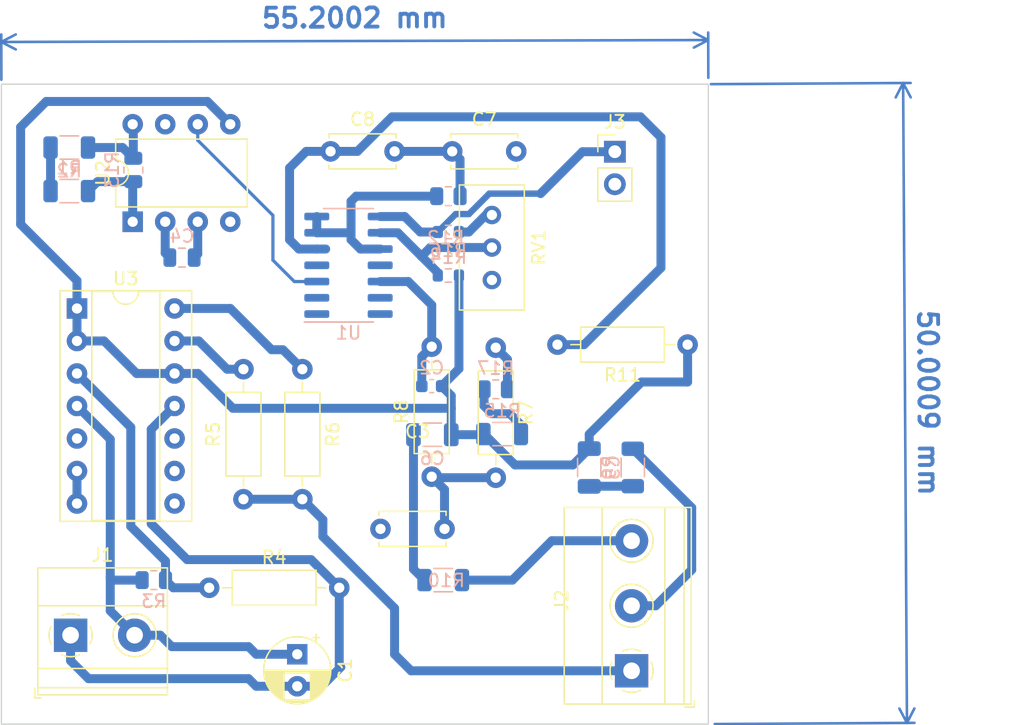
<source format=kicad_pcb>
(kicad_pcb (version 20211014) (generator pcbnew)
  (layers (0 "F.Cu" signal) (31 "B.Cu" signal) (34 "B.Paste" user) (35 "F.Paste" user) (36 "B.SilkS" user "B.Silkscreen") (37 "F.SilkS" user "F.Silkscreen") (38 "B.Mask" user) (39 "F.Mask" user) (44 "Edge.Cuts" user))
  (net 0 "")
  (net 1 "+V")
  (net 2 "-V")
  (net 3 "GND")
  (net 4 "Net-(C2-Pad2)")
  (net 5 "Net-(C3-Pad1)")
  (net 6 "Net-(C3-Pad2)")
  (net 7 "OutPosit")
  (net 8 "OutNEg")
  (net 9 "Net-(C7-Pad1)")
  (net 10 "Net-(C8-Pad1)")
  (net 11 "Ref")
  (net 12 "ElecNeg")
  (net 13 "ElecPosit")
  (net 14 "OUT4")
  (net 15 "Rg1")
  (net 16 "Net-(R1-Pad2)")
  (net 17 "Rg2")
  (net 18 "Net-(R3-Pad2)")
  (net 19 "Net-(R5-Pad2)")
  (net 20 "Net-(R6-Pad1)")
  (net 21 "OUT2")
  (net 22 "OUT3")
  (net 23 "Net-(R14-Pad2)")
  (net 24 "Net-(R15-Pad1)")
  (net 25 "Net-(R16-Pad2)")
  (net 26 "OUT1")
  (footprint "Resistor_THT:R_Axial_DIN0207_L6.3mm_D2.5mm_P10.16mm_Horizontal" (layer "F.Cu") (at 79.88 39.6 180)
    (fp_text reference "R11" (at 5.08 -2.37) (layer "F.SilkS"))
    (fp_text value "1M")
    (pad "1" thru_hole circle (at 0 0 180) (size 1.6 1.6) (drill 0.8) (layers *.Cu *.Mask) (net 3 "GND"))
    (pad "2" thru_hole oval (at 10.16 0 180) (size 1.6 1.6) (drill 0.8) (layers *.Cu *.Mask) (net 10 "Net-(C8-Pad1)"))
  )
  (footprint "Capacitor_THT:C_Disc_D5.0mm_W2.5mm_P5.00mm" (layer "F.Cu") (at 61.5 24.5)
    (fp_text reference "C7" (at 2.5 -2.5) (layer "F.SilkS"))
    (fp_text value "1uF")
    (pad "1" thru_hole circle (at 0 0) (size 1.6 1.6) (drill 0.8) (layers *.Cu *.Mask) (net 9 "Net-(C7-Pad1)"))
    (pad "2" thru_hole circle (at 5 0) (size 1.6 1.6) (drill 0.8) (layers *.Cu *.Mask) (net 5 "Net-(C3-Pad1)"))
  )
  (footprint "Resistor_THT:R_Axial_DIN0207_L6.3mm_D2.5mm_P10.16mm_Horizontal" (layer "F.Cu") (at 59.9 49.92 90)
    (fp_text reference "R8" (at 5.08 -2.37 90) (layer "F.SilkS"))
    (fp_text value "39K")
    (pad "1" thru_hole circle (at 0 0 90) (size 1.6 1.6) (drill 0.8) (layers *.Cu *.Mask) (net 6 "Net-(C3-Pad2)"))
    (pad "2" thru_hole oval (at 10.16 0 90) (size 1.6 1.6) (drill 0.8) (layers *.Cu *.Mask) (net 4 "Net-(C2-Pad2)"))
  )
  (footprint "Resistor_THT:R_Axial_DIN0207_L6.3mm_D2.5mm_P10.16mm_Horizontal" (layer "F.Cu") (at 42.52 58.6)
    (fp_text reference "R4" (at 5.08 -2.37) (layer "F.SilkS"))
    (fp_text value "2.2M")
    (pad "1" thru_hole circle (at 0 0) (size 1.6 1.6) (drill 0.8) (layers *.Cu *.Mask) (net 18 "Net-(R3-Pad2)"))
    (pad "2" thru_hole oval (at 10.16 0) (size 1.6 1.6) (drill 0.8) (layers *.Cu *.Mask) (net 2 "-V"))
  )
  (footprint "Resistor_THT:R_Axial_DIN0207_L6.3mm_D2.5mm_P10.16mm_Horizontal" (layer "F.Cu") (at 45.2 51.68 90)
    (fp_text reference "R5" (at 5.08 -2.37 90) (layer "F.SilkS"))
    (fp_text value "560K")
    (pad "1" thru_hole circle (at 0 0 90) (size 1.6 1.6) (drill 0.8) (layers *.Cu *.Mask) (net 11 "Ref"))
    (pad "2" thru_hole oval (at 10.16 0 90) (size 1.6 1.6) (drill 0.8) (layers *.Cu *.Mask) (net 19 "Net-(R5-Pad2)"))
  )
  (footprint "Capacitor_THT:CP_Radial_D5.0mm_P2.50mm" (layer "F.Cu") (at 49.4 63.794888 -90)
    (fp_text reference "C1" (at 1.25 -3.75 90) (layer "F.SilkS"))
    (fp_text value "47uF")
    (pad "1" thru_hole rect (at 0 0 270) (size 1.6 1.6) (drill 0.8) (layers *.Cu *.Mask) (net 1 "+V"))
    (pad "2" thru_hole circle (at 2.5 0 270) (size 1.6 1.6) (drill 0.8) (layers *.Cu *.Mask) (net 2 "-V"))
  )
  (footprint "Resistor_THT:R_Axial_DIN0207_L6.3mm_D2.5mm_P10.16mm_Horizontal" (layer "F.Cu") (at 49.8 41.52 -90)
    (fp_text reference "R6" (at 5.08 -2.37 90) (layer "F.SilkS"))
    (fp_text value "1M")
    (pad "1" thru_hole circle (at 0 0 270) (size 1.6 1.6) (drill 0.8) (layers *.Cu *.Mask) (net 20 "Net-(R6-Pad1)"))
    (pad "2" thru_hole oval (at 10.16 0 270) (size 1.6 1.6) (drill 0.8) (layers *.Cu *.Mask) (net 11 "Ref"))
  )
  (footprint "Resistor_THT:R_Axial_DIN0207_L6.3mm_D2.5mm_P10.16mm_Horizontal" (layer "F.Cu") (at 64.9 39.84 -90)
    (fp_text reference "R7" (at 5.08 -2.37 90) (layer "F.SilkS"))
    (fp_text value "39K")
    (pad "1" thru_hole circle (at 0 0 270) (size 1.6 1.6) (drill 0.8) (layers *.Cu *.Mask) (net 21 "OUT2"))
    (pad "2" thru_hole oval (at 10.16 0 270) (size 1.6 1.6) (drill 0.8) (layers *.Cu *.Mask) (net 6 "Net-(C3-Pad2)"))
  )
  (footprint "Connector_PinHeader_2.54mm:PinHeader_1x02_P2.54mm_Vertical" (layer "F.Cu") (at 74.2 24.525)
    (fp_text reference "J3" (at 0 -2.33) (layer "F.SilkS"))
    (fp_text value "Conn_01x02")
    (pad "1" thru_hole rect (at 0 0) (size 1.7 1.7) (drill 1) (layers *.Cu *.Mask) (net 14 "OUT4"))
    (pad "2" thru_hole oval (at 0 2.54) (size 1.7 1.7) (drill 1) (layers *.Cu *.Mask) (net 2 "-V"))
  )
  (footprint "TerminalBlock_Phoenix:TerminalBlock_Phoenix_MKDS-1,5-2_1x02_P5.00mm_Horizontal" (layer "F.Cu") (at 31.7 62.305)
    (fp_text reference "J1" (at 2.5 -6.26) (layer "F.SilkS"))
    (fp_text value "Conn_01x02")
    (pad "1" thru_hole rect (at 0 0) (size 2.6 2.6) (drill 1.3) (layers *.Cu *.Mask) (net 2 "-V"))
    (pad "2" thru_hole circle (at 5 0) (size 2.6 2.6) (drill 1.3) (layers *.Cu *.Mask) (net 1 "+V"))
  )
  (footprint "Capacitor_THT:C_Disc_D5.0mm_W2.5mm_P5.00mm" (layer "F.Cu") (at 55.9 54)
    (fp_text reference "C3" (at 2.9 -7.6) (layer "F.SilkS"))
    (fp_text value "220nF")
    (pad "1" thru_hole circle (at 0 0) (size 1.6 1.6) (drill 0.8) (layers *.Cu *.Mask) (net 5 "Net-(C3-Pad1)"))
    (pad "2" thru_hole circle (at 5 0) (size 1.6 1.6) (drill 0.8) (layers *.Cu *.Mask) (net 6 "Net-(C3-Pad2)"))
  )
  (footprint "Capacitor_THT:C_Disc_D5.0mm_W2.5mm_P5.00mm" (layer "F.Cu") (at 52 24.5)
    (fp_text reference "C8" (at 2.5 -2.5) (layer "F.SilkS"))
    (fp_text value "1uF")
    (pad "1" thru_hole circle (at 0 0) (size 1.6 1.6) (drill 0.8) (layers *.Cu *.Mask) (net 10 "Net-(C8-Pad1)"))
    (pad "2" thru_hole circle (at 5 0) (size 1.6 1.6) (drill 0.8) (layers *.Cu *.Mask) (net 9 "Net-(C7-Pad1)"))
  )
  (footprint "TerminalBlock_Phoenix:TerminalBlock_Phoenix_MKDS-1,5-3-5.08_1x03_P5.08mm_Horizontal" (layer "F.Cu") (at 75.505 65.085 90)
    (fp_text reference "J2" (at 5.48 -5.46 90) (layer "F.SilkS"))
    (fp_text value "Conn_01x03")
    (pad "1" thru_hole rect (at 0 0 90) (size 2.6 2.6) (drill 1.3) (layers *.Cu *.Mask) (net 11 "Ref"))
    (pad "2" thru_hole circle (at 5.08 0 90) (size 2.6 2.6) (drill 1.3) (layers *.Cu *.Mask) (net 12 "ElecNeg"))
    (pad "3" thru_hole circle (at 10.16 0 90) (size 2.6 2.6) (drill 1.3) (layers *.Cu *.Mask) (net 13 "ElecPosit"))
  )
  (footprint "Package_DIP:DIP-8_W7.62mm" (layer "F.Cu") (at 36.55 30 90)
    (fp_text reference "U2" (at 3.81 -2.33 90) (layer "F.SilkS"))
    (fp_text value "AD620")
    (pad "1" thru_hole rect (at 0 0 90) (size 1.6 1.6) (drill 0.8) (layers *.Cu *.Mask) (net 15 "Rg1"))
    (pad "2" thru_hole oval (at 0 2.54 90) (size 1.6 1.6) (drill 0.8) (layers *.Cu *.Mask) (net 8 "OutNEg"))
    (pad "3" thru_hole oval (at 0 5.08 90) (size 1.6 1.6) (drill 0.8) (layers *.Cu *.Mask) (net 7 "OutPosit"))
    (pad "4" thru_hole oval (at 0 7.62 90) (size 1.6 1.6) (drill 0.8) (layers *.Cu *.Mask) (net 2 "-V"))
    (pad "5" thru_hole oval (at 7.62 7.62 90) (size 1.6 1.6) (drill 0.8) (layers *.Cu *.Mask) (net 3 "GND"))
    (pad "6" thru_hole oval (at 7.62 5.08 90) (size 1.6 1.6) (drill 0.8) (layers *.Cu *.Mask) (net 26 "OUT1"))
    (pad "7" thru_hole oval (at 7.62 2.54 90) (size 1.6 1.6) (drill 0.8) (layers *.Cu *.Mask) (net 1 "+V"))
    (pad "8" thru_hole oval (at 7.62 0 90) (size 1.6 1.6) (drill 0.8) (layers *.Cu *.Mask) (net 17 "Rg2"))
  )
  (footprint "Package_DIP:DIP-14_W7.62mm_Socket" (layer "F.Cu") (at 32.2 36.775)
    (fp_text reference "U3" (at 3.81 -2.33) (layer "F.SilkS"))
    (fp_text value "LM324")
    (pad "1" thru_hole rect (at 0 0) (size 1.6 1.6) (drill 0.8) (layers *.Cu *.Mask) (net 3 "GND"))
    (pad "2" thru_hole oval (at 0 2.54) (size 1.6 1.6) (drill 0.8) (layers *.Cu *.Mask) (net 3 "GND"))
    (pad "3" thru_hole oval (at 0 5.08) (size 1.6 1.6) (drill 0.8) (layers *.Cu *.Mask) (net 18 "Net-(R3-Pad2)"))
    (pad "4" thru_hole oval (at 0 7.62) (size 1.6 1.6) (drill 0.8) (layers *.Cu *.Mask) (net 1 "+V"))
    (pad "5" thru_hole oval (at 0 10.16) (size 1.6 1.6) (drill 0.8) (layers *.Cu *.Mask) (net 16 "Net-(R1-Pad2)"))
    (pad "6" thru_hole oval (at 0 12.7) (size 1.6 1.6) (drill 0.8) (layers *.Cu *.Mask) (net 19 "Net-(R5-Pad2)"))
    (pad "7" thru_hole oval (at 0 15.24) (size 1.6 1.6) (drill 0.8) (layers *.Cu *.Mask) (net 19 "Net-(R5-Pad2)"))
    (pad "8" thru_hole oval (at 7.62 15.24) (size 1.6 1.6) (drill 0.8) (layers *.Cu *.Mask))
    (pad "9" thru_hole oval (at 7.62 12.7) (size 1.6 1.6) (drill 0.8) (layers *.Cu *.Mask))
    (pad "10" thru_hole oval (at 7.62 10.16) (size 1.6 1.6) (drill 0.8) (layers *.Cu *.Mask))
    (pad "11" thru_hole oval (at 7.62 7.62) (size 1.6 1.6) (drill 0.8) (layers *.Cu *.Mask) (net 2 "-V"))
    (pad "12" thru_hole oval (at 7.62 5.08) (size 1.6 1.6) (drill 0.8) (layers *.Cu *.Mask) (net 3 "GND"))
    (pad "13" thru_hole oval (at 7.62 2.54) (size 1.6 1.6) (drill 0.8) (layers *.Cu *.Mask) (net 19 "Net-(R5-Pad2)"))
    (pad "14" thru_hole oval (at 7.62 0) (size 1.6 1.6) (drill 0.8) (layers *.Cu *.Mask) (net 20 "Net-(R6-Pad1)"))
  )
  (footprint "Potentiometer_THT:Potentiometer_Bourns_3296W_Vertical" (layer "F.Cu") (at 64.6 34.55 -90)
    (fp_text reference "RV1" (at -2.54 -3.66 90) (layer "F.SilkS"))
    (fp_text value "100K")
    (pad "1" thru_hole circle (at 0 0 270) (size 1.44 1.44) (drill 0.8) (layers *.Cu *.Mask))
    (pad "2" thru_hole circle (at -2.54 0 270) (size 1.44 1.44) (drill 0.8) (layers *.Cu *.Mask) (net 23 "Net-(R14-Pad2)"))
    (pad "3" thru_hole circle (at -5.08 0 270) (size 1.44 1.44) (drill 0.8) (layers *.Cu *.Mask) (net 25 "Net-(R16-Pad2)"))
  )
  (footprint "Resistor_SMD:R_1206_3216Metric" (layer "B.Cu") (at 60.8 58 180)
    (fp_text reference "R10" (at -0.24 -0.03) (layer "B.SilkS") (effects (justify mirror)))
    (fp_text value "4.7K")
    (pad "1" smd roundrect (at -1.4625 0 180) (size 1.125 1.75) (layers "B.Cu" "B.Paste" "B.Mask") (roundrect_rratio 0.222222) (net 13 "ElecPosit"))
    (pad "2" smd roundrect (at 1.4625 0 180) (size 1.125 1.75) (layers "B.Cu" "B.Paste" "B.Mask") (roundrect_rratio 0.222222) (net 7 "OutPosit"))
  )
  (footprint "Capacitor_SMD:C_0603_1608Metric" (layer "B.Cu") (at 59.9 42.84 180)
    (fp_text reference "C2" (at 0 1.43) (layer "B.SilkS") (effects (justify mirror)))
    (fp_text value "100nF")
    (pad "1" smd roundrect (at -0.775 0 180) (size 0.9 0.95) (layers "B.Cu" "B.Paste" "B.Mask") (net 3 "GND"))
    (pad "2" smd roundrect (at 0.775 0 180) (size 0.9 0.95) (layers "B.Cu" "B.Paste" "B.Mask") (net 4 "Net-(C2-Pad2)"))
  )
  (footprint "Resistor_SMD:R_0805_2012Metric" (layer "B.Cu") (at 64.9 43.09 180)
    (fp_text reference "R17" (at 0 1.65) (layer "B.SilkS") (effects (justify mirror)))
    (fp_text value "70K")
    (pad "1" smd roundrect (at -0.9125 0 180) (size 1.025 1.4) (layers "B.Cu" "B.Paste" "B.Mask") (roundrect_rratio 0.243902) (net 21 "OUT2"))
    (pad "2" smd roundrect (at 0.9125 0 180) (size 1.025 1.4) (layers "B.Cu" "B.Paste" "B.Mask") (roundrect_rratio 0.243902) (net 24 "Net-(R15-Pad1)"))
  )
  (footprint "Package_SO:SO-14_3.9x8.65mm_P1.27mm" (layer "B.Cu") (at 53.4 33.4)
    (fp_text reference "U1" (at 0 5.28) (layer "B.SilkS") (effects (justify mirror)))
    (fp_text value "LM324")
    (pad "1" smd roundrect (at -2.475 3.81) (size 1.95 0.6) (layers "B.Cu" "B.Paste" "B.Mask") (net 21 "OUT2"))
    (pad "2" smd roundrect (at -2.475 2.54) (size 1.95 0.6) (layers "B.Cu" "B.Paste" "B.Mask") (net 24 "Net-(R15-Pad1)"))
    (pad "3" smd roundrect (at -2.475 1.27) (size 1.95 0.6) (layers "B.Cu" "B.Paste" "B.Mask") (net 26 "OUT1"))
    (pad "4" smd roundrect (at -2.475 0) (size 1.95 0.6) (layers "B.Cu" "B.Paste" "B.Mask") (net 1 "+V"))
    (pad "5" smd roundrect (at -2.475 -1.27) (size 1.95 0.6) (layers "B.Cu" "B.Paste" "B.Mask") (net 10 "Net-(C8-Pad1)"))
    (pad "6" smd roundrect (at -2.475 -2.54) (size 1.95 0.6) (layers "B.Cu" "B.Paste" "B.Mask") (net 22 "OUT3"))
    (pad "7" smd roundrect (at -2.475 -3.81) (size 1.95 0.6) (layers "B.Cu" "B.Paste" "B.Mask") (net 22 "OUT3"))
    (pad "8" smd roundrect (at 2.475 -3.81) (size 1.95 0.6) (layers "B.Cu" "B.Paste" "B.Mask") (net 14 "OUT4"))
    (pad "9" smd roundrect (at 2.475 -2.54) (size 1.95 0.6) (layers "B.Cu" "B.Paste" "B.Mask") (net 23 "Net-(R14-Pad2)"))
    (pad "10" smd roundrect (at 2.475 -1.27) (size 1.95 0.6) (layers "B.Cu" "B.Paste" "B.Mask") (net 22 "OUT3"))
    (pad "11" smd roundrect (at 2.475 0) (size 1.95 0.6) (layers "B.Cu" "B.Paste" "B.Mask") (net 2 "-V"))
    (pad "12" smd roundrect (at 2.475 1.27) (size 1.95 0.6) (layers "B.Cu" "B.Paste" "B.Mask") (net 4 "Net-(C2-Pad2)"))
    (pad "13" smd roundrect (at 2.475 2.54) (size 1.95 0.6) (layers "B.Cu" "B.Paste" "B.Mask") (net 5 "Net-(C3-Pad1)"))
    (pad "14" smd roundrect (at 2.475 3.81) (size 1.95 0.6) (layers "B.Cu" "B.Paste" "B.Mask") (net 5 "Net-(C3-Pad1)"))
  )
  (footprint "Capacitor_SMD:C_0805_2012Metric" (layer "B.Cu") (at 40.4 32.8 180)
    (fp_text reference "C4" (at 0 1.68) (layer "B.SilkS") (effects (justify mirror)))
    (fp_text value "47nF")
    (pad "1" smd roundrect (at -0.95 0 180) (size 1 1.45) (layers "B.Cu" "B.Paste" "B.Mask") (net 7 "OutPosit"))
    (pad "2" smd roundrect (at 0.95 0 180) (size 1 1.45) (layers "B.Cu" "B.Paste" "B.Mask") (net 8 "OutNEg"))
  )
  (footprint "Resistor_SMD:R_1206_3216Metric" (layer "B.Cu") (at 65.4 46.59 180)
    (fp_text reference "R15" (at 0 1.82) (layer "B.SilkS") (effects (justify mirror)))
    (fp_text value "4.7K")
    (pad "1" smd roundrect (at -1.4625 0 180) (size 1.125 1.75) (layers "B.Cu" "B.Paste" "B.Mask") (roundrect_rratio 0.222222) (net 24 "Net-(R15-Pad1)"))
    (pad "2" smd roundrect (at 1.4625 0 180) (size 1.125 1.75) (layers "B.Cu" "B.Paste" "B.Mask") (roundrect_rratio 0.222222) (net 3 "GND"))
  )
  (footprint "Resistor_SMD:R_0805_2012Metric" (layer "B.Cu") (at 61.2 28)
    (fp_text reference "R12" (at -0.2 3.25) (layer "B.SilkS") (effects (justify mirror)))
    (fp_text value "470K")
    (pad "1" smd roundrect (at -0.9125 0) (size 1.025 1.4) (layers "B.Cu" "B.Paste" "B.Mask") (roundrect_rratio 0.243902) (net 22 "OUT3"))
    (pad "2" smd roundrect (at 0.9125 0) (size 1.025 1.4) (layers "B.Cu" "B.Paste" "B.Mask") (roundrect_rratio 0.243902) (net 9 "Net-(C7-Pad1)"))
  )
  (footprint "Resistor_SMD:R_1206_3216Metric" (layer "B.Cu") (at 31.6 24.2)
    (fp_text reference "R2" (at 0 1.82) (layer "B.SilkS") (effects (justify mirror)))
    (fp_text value "100K")
    (pad "1" smd roundrect (at -1.4625 0) (size 1.125 1.75) (layers "B.Cu" "B.Paste" "B.Mask") (roundrect_rratio 0.222222) (net 16 "Net-(R1-Pad2)"))
    (pad "2" smd roundrect (at 1.4625 0) (size 1.125 1.75) (layers "B.Cu" "B.Paste" "B.Mask") (roundrect_rratio 0.222222) (net 17 "Rg2"))
  )
  (footprint "Capacitor_SMD:C_1206_3216Metric" (layer "B.Cu") (at 59.95 46.64)
    (fp_text reference "C6" (at 0 1.85) (layer "B.SilkS") (effects (justify mirror)))
    (fp_text value "1nF")
    (pad "1" smd roundrect (at -1.475 0) (size 1.15 1.8) (layers "B.Cu" "B.Paste" "B.Mask") (roundrect_rratio 0.217391) (net 7 "OutPosit"))
    (pad "2" smd roundrect (at 1.475 0) (size 1.15 1.8) (layers "B.Cu" "B.Paste" "B.Mask") (roundrect_rratio 0.217391) (net 3 "GND"))
  )
  (footprint "Resistor_SMD:R_0603_1608Metric" (layer "B.Cu") (at 61.2 34.2 180)
    (fp_text reference "R14" (at 0 1.43) (layer "B.SilkS") (effects (justify mirror)))
    (fp_text value "1.5K")
    (pad "1" smd roundrect (at -0.825 0 180) (size 0.8 0.95) (layers "B.Cu" "B.Paste" "B.Mask") (net 3 "GND"))
    (pad "2" smd roundrect (at 0.825 0 180) (size 0.8 0.95) (layers "B.Cu" "B.Paste" "B.Mask") (net 23 "Net-(R14-Pad2)"))
  )
  (footprint "Resistor_SMD:R_0805_2012Metric" (layer "B.Cu") (at 38.2 58)
    (fp_text reference "R3" (at 0 1.65) (layer "B.SilkS") (effects (justify mirror)))
    (fp_text value "3.3M")
    (pad "1" smd roundrect (at -0.9125 0) (size 1.025 1.4) (layers "B.Cu" "B.Paste" "B.Mask") (roundrect_rratio 0.243902) (net 1 "+V"))
    (pad "2" smd roundrect (at 0.9125 0) (size 1.025 1.4) (layers "B.Cu" "B.Paste" "B.Mask") (roundrect_rratio 0.243902) (net 18 "Net-(R3-Pad2)"))
  )
  (footprint "Resistor_SMD:R_1206_3216Metric" (layer "B.Cu") (at 31.6 27.6 180)
    (fp_text reference "R1" (at 0 1.82) (layer "B.SilkS") (effects (justify mirror)))
    (fp_text value "100K")
    (pad "1" smd roundrect (at -1.4625 0 180) (size 1.125 1.75) (layers "B.Cu" "B.Paste" "B.Mask") (roundrect_rratio 0.222222) (net 15 "Rg1"))
    (pad "2" smd roundrect (at 1.4625 0 180) (size 1.125 1.75) (layers "B.Cu" "B.Paste" "B.Mask") (roundrect_rratio 0.222222) (net 16 "Net-(R1-Pad2)"))
  )
  (footprint "Resistor_SMD:R_0805_2012Metric" (layer "B.Cu") (at 36.6 25.95 -90)
    (fp_text reference "R13" (at 0 1.65 90) (layer "B.SilkS") (effects (justify mirror)))
    (fp_text value "8K")
    (pad "1" smd roundrect (at -0.9125 0 270) (size 1.025 1.4) (layers "B.Cu" "B.Paste" "B.Mask") (roundrect_rratio 0.243902) (net 17 "Rg2"))
    (pad "2" smd roundrect (at 0.9125 0 270) (size 1.025 1.4) (layers "B.Cu" "B.Paste" "B.Mask") (roundrect_rratio 0.243902) (net 15 "Rg1"))
  )
  (footprint "Resistor_SMD:R_1206_3216Metric" (layer "B.Cu") (at 75.6 49.2 -90)
    (fp_text reference "R9" (at 0 1.82 90) (layer "B.SilkS") (effects (justify mirror)))
    (fp_text value "4.7K")
    (pad "1" smd roundrect (at -1.4625 0 270) (size 1.125 1.75) (layers "B.Cu" "B.Paste" "B.Mask") (roundrect_rratio 0.222222) (net 12 "ElecNeg"))
    (pad "2" smd roundrect (at 1.4625 0 270) (size 1.125 1.75) (layers "B.Cu" "B.Paste" "B.Mask") (roundrect_rratio 0.222222) (net 8 "OutNEg"))
  )
  (footprint "Capacitor_SMD:C_1206_3216Metric" (layer "B.Cu") (at 72.2 49.2 90)
    (fp_text reference "C5" (at 0 1.85 90) (layer "B.SilkS") (effects (justify mirror)))
    (fp_text value "1nF")
    (pad "1" smd roundrect (at -1.475 0 90) (size 1.15 1.8) (layers "B.Cu" "B.Paste" "B.Mask") (roundrect_rratio 0.217391) (net 8 "OutNEg"))
    (pad "2" smd roundrect (at 1.475 0 90) (size 1.15 1.8) (layers "B.Cu" "B.Paste" "B.Mask") (roundrect_rratio 0.217391) (net 3 "GND"))
  )
  (footprint "Resistor_SMD:R_0603_1608Metric" (layer "B.Cu") (at 61.2 30.8)
    (fp_text reference "R16" (at 0 1.43) (layer "B.SilkS") (effects (justify mirror)))
    (fp_text value "1.5K")
    (pad "1" smd roundrect (at -0.825 0) (size 0.8 0.95) (layers "B.Cu" "B.Paste" "B.Mask") (net 14 "OUT4"))
    (pad "2" smd roundrect (at 0.825 0) (size 0.8 0.95) (layers "B.Cu" "B.Paste" "B.Mask") (net 25 "Net-(R16-Pad2)"))
  )
  (gr_rect (start 26.3 19.25) (end 81.5 69.25) (layer "Edge.Cuts") (width 0.1) (fill none))
  (dimension (type aligned) (layer "B.Cu") (pts (xy 26.3 19.4) (xy 81.5 19.25)) (height -3.450259) (gr_text "55,2002 mm" (at 53.885733 14.074761 0.1556946698) (layer "B.Cu") (effects (font (size 1.5 1.5) (thickness 0.3)))) (format (units 3) (units_format 1) (precision 4)) (style (thickness 0.2) (arrow_length 1.27) (text_position_mode 0) (extension_height 0.58642) (extension_offset 0.5) keep_text_aligned))
  (dimension (type aligned) (layer "B.Cu") (pts (xy 81.2 19.25) (xy 81.5 69.25)) (height -15.50962) (gr_text "50,0009 mm" (at 98.659309 44.146144 270.3437706) (layer "B.Cu") (effects (font (size 1.5 1.5) (thickness 0.3)))) (format (units 3) (units_format 1) (precision 4)) (style (thickness 0.2) (arrow_length 1.27) (text_position_mode 0) (extension_height 0.58642) (extension_offset 0.5) keep_text_aligned))
  (segment (start 36.7 62.305) (end 38.705 62.305) (width 0.7) (layer "B.Cu") (net 1))
  (segment (start 39.6 63.2) (end 45.6 63.2) (width 0.7) (layer "B.Cu") (net 1))
  (segment (start 35 58) (end 34.8 57.8) (width 0.7) (layer "B.Cu") (net 1))
  (segment (start 34.8 46.995) (end 34.8 57.8) (width 0.7) (layer "B.Cu") (net 1))
  (segment (start 38.705 62.305) (end 39.6 63.2) (width 0.7) (layer "B.Cu") (net 1))
  (segment (start 46.194888 63.794888) (end 45.6 63.2) (width 0.7) (layer "B.Cu") (net 1))
  (segment (start 49.4 63.794888) (end 46.194888 63.794888) (width 0.7) (layer "B.Cu") (net 1))
  (segment (start 34.8 57.8) (end 34.8 60.405) (width 0.7) (layer "B.Cu") (net 1))
  (segment (start 34.8 60.405) (end 36.7 62.305) (width 0.7) (layer "B.Cu") (net 1))
  (segment (start 32.2 44.395) (end 34.8 46.995) (width 0.7) (layer "B.Cu") (net 1))
  (segment (start 37.2875 58) (end 35 58) (width 0.7) (layer "B.Cu") (net 1))
  (segment (start 31.7 64.3) (end 33.1 65.7) (width 0.7) (layer "B.Cu") (net 2))
  (segment (start 31.7 62.305) (end 31.7 64.3) (width 0.7) (layer "B.Cu") (net 2))
  (segment (start 51.305112 66.294888) (end 52.8 64.8) (width 0.7) (layer "B.Cu") (net 2))
  (segment (start 40.8 56.4) (end 50.48 56.4) (width 0.7) (layer "B.Cu") (net 2))
  (segment (start 52.8 64.8) (end 52.68 64.68) (width 0.7) (layer "B.Cu") (net 2))
  (segment (start 33.1 65.7) (end 45.6 65.7) (width 0.7) (layer "B.Cu") (net 2))
  (segment (start 52.68 64.68) (end 52.68 58.6) (width 0.7) (layer "B.Cu") (net 2))
  (segment (start 49.4 66.294888) (end 51.305112 66.294888) (width 0.7) (layer "B.Cu") (net 2))
  (segment (start 39.82 44.395) (end 38 46.215) (width 0.7) (layer "B.Cu") (net 2))
  (segment (start 45.6 65.7) (end 46.194888 66.294888) (width 0.7) (layer "B.Cu") (net 2))
  (segment (start 50.48 56.4) (end 52.68 58.6) (width 0.7) (layer "B.Cu") (net 2))
  (segment (start 38 46.215) (end 38 53.6) (width 0.7) (layer "B.Cu") (net 2))
  (segment (start 38 53.6) (end 40.8 56.4) (width 0.7) (layer "B.Cu") (net 2))
  (segment (start 46.194888 66.294888) (end 49.4 66.294888) (width 0.7) (layer "B.Cu") (net 2))
  (segment (start 63.99 46.59) (end 66.4 49) (width 0.7) (layer "B.Cu") (net 3))
  (segment (start 44.375 44.575) (end 61.425 44.575) (width 0.7) (layer "B.Cu") (net 3))
  (segment (start 72.2 46.6) (end 76.28 42.52) (width 0.7) (layer "B.Cu") (net 3))
  (segment (start 79.88 42.52) (end 79.88 39.6) (width 0.7) (layer "B.Cu") (net 3))
  (segment (start 41.655 41.855) (end 44.375 44.575) (width 0.7) (layer "B.Cu") (net 3))
  (segment (start 62.025 41.49) (end 60.675 42.84) (width 0.7) (layer "B.Cu") (net 3))
  (segment (start 42.39 20.6) (end 44.17 22.38) (width 0.7) (layer "B.Cu") (net 3))
  (segment (start 27.8 30.2) (end 27.8 22.6) (width 0.7) (layer "B.Cu") (net 3))
  (segment (start 32.2 36.775) (end 32.2 39.315) (width 0.7) (layer "B.Cu") (net 3))
  (segment (start 63.8875 46.64) (end 63.9375 46.59) (width 0.7) (layer "B.Cu") (net 3))
  (segment (start 29.8 20.6) (end 42.39 20.6) (width 0.7) (layer "B.Cu") (net 3))
  (segment (start 32.2 36.775) (end 32.2 34.6) (width 0.7) (layer "B.Cu") (net 3))
  (segment (start 61.425 43.59) (end 60.675 42.84) (width 0.7) (layer "B.Cu") (net 3))
  (segment (start 39.82 41.855) (end 41.655 41.855) (width 0.7) (layer "B.Cu") (net 3))
  (segment (start 32.2 34.6) (end 27.8 30.2) (width 0.7) (layer "B.Cu") (net 3))
  (segment (start 62.025 34.2) (end 62.025 41.49) (width 0.7) (layer "B.Cu") (net 3))
  (segment (start 76.28 42.52) (end 79.88 42.52) (width 0.7) (layer "B.Cu") (net 3))
  (segment (start 27.8 22.6) (end 29.8 20.6) (width 0.7) (layer "B.Cu") (net 3))
  (segment (start 34.315 39.315) (end 32.2 39.315) (width 0.7) (layer "B.Cu") (net 3))
  (segment (start 70.925 49) (end 66.4 49) (width 0.7) (layer "B.Cu") (net 3))
  (segment (start 61.425 46.64) (end 63.8875 46.64) (width 0.7) (layer "B.Cu") (net 3))
  (segment (start 72.2 47.725) (end 70.925 49) (width 0.7) (layer "B.Cu") (net 3))
  (segment (start 36.855 41.855) (end 34.315 39.315) (width 0.7) (layer "B.Cu") (net 3))
  (segment (start 61.425 44.575) (end 61.425 43.59) (width 0.7) (layer "B.Cu") (net 3))
  (segment (start 72.2 47.725) (end 72.2 46.6) (width 0.7) (layer "B.Cu") (net 3))
  (segment (start 61.425 46.64) (end 61.425 44.575) (width 0.7) (layer "B.Cu") (net 3))
  (segment (start 39.82 41.855) (end 36.855 41.855) (width 0.7) (layer "B.Cu") (net 3))
  (segment (start 63.9375 46.59) (end 63.99 46.59) (width 0.7) (layer "B.Cu") (net 3))
  (segment (start 59.9 39.76) (end 59.9 36.5) (width 0.7) (layer "B.Cu") (net 4))
  (segment (start 58.07 34.67) (end 55.875 34.67) (width 0.7) (layer "B.Cu") (net 4))
  (segment (start 59.125 42.84) (end 59.125 40.535) (width 0.7) (layer "B.Cu") (net 4))
  (segment (start 59.125 40.535) (end 59.9 39.76) (width 0.7) (layer "B.Cu") (net 4))
  (segment (start 59.9 36.5) (end 58.07 34.67) (width 0.7) (layer "B.Cu") (net 4))
  (segment (start 59.98 50) (end 59.9 49.92) (width 0.7) (layer "B.Cu") (net 6))
  (segment (start 60.9 50.92) (end 59.9 49.92) (width 0.7) (layer "B.Cu") (net 6))
  (segment (start 64.9 50) (end 59.98 50) (width 0.7) (layer "B.Cu") (net 6))
  (segment (start 60.9 54) (end 60.9 50.92) (width 0.7) (layer "B.Cu") (net 6))
  (segment (start 41.63 30) (end 41.63 32.52) (width 0.7) (layer "B.Cu") (net 7))
  (segment (start 41.63 32.52) (end 41.35 32.8) (width 0.7) (layer "B.Cu") (net 7))
  (segment (start 58.475 57.1375) (end 59.3375 58) (width 0.7) (layer "B.Cu") (net 7))
  (segment (start 58.475 46.64) (end 58.475 57.1375) (width 0.7) (layer "B.Cu") (net 7))
  (segment (start 72.2125 50.6625) (end 72.2 50.675) (width 0.7) (layer "B.Cu") (net 8))
  (segment (start 39.09 32.44) (end 39.45 32.8) (width 0.7) (layer "B.Cu") (net 8))
  (segment (start 39.09 30) (end 39.09 32.44) (width 0.7) (layer "B.Cu") (net 8))
  (segment (start 75.6 50.6625) (end 72.2125 50.6625) (width 0.7) (layer "B.Cu") (net 8))
  (segment (start 62.1125 25.1125) (end 61.5 24.5) (width 0.7) (layer "B.Cu") (net 9))
  (segment (start 62.1125 28) (end 62.1125 25.1125) (width 0.7) (layer "B.Cu") (net 9))
  (segment (start 57 24.5) (end 61.5 24.5) (width 0.7) (layer "B.Cu") (net 9))
  (segment (start 48.8 31.4) (end 48.8 25.8) (width 0.7) (layer "B.Cu") (net 10))
  (segment (start 50.1 24.5) (end 52 24.5) (width 0.7) (layer "B.Cu") (net 10))
  (segment (start 69.72 39.6) (end 71.8 39.6) (width 0.7) (layer "B.Cu") (net 10))
  (segment (start 71.8 39.6) (end 77.8 33.6) (width 0.7) (layer "B.Cu") (net 10))
  (segment (start 56.8 21.8) (end 54.1 24.5) (width 0.7) (layer "B.Cu") (net 10))
  (segment (start 48.8 25.8) (end 50.1 24.5) (width 0.7) (layer "B.Cu") (net 10))
  (segment (start 49.53 32.13) (end 48.8 31.4) (width 0.7) (layer "B.Cu") (net 10))
  (segment (start 54.1 24.5) (end 52 24.5) (width 0.7) (layer "B.Cu") (net 10))
  (segment (start 76.2 21.8) (end 56.8 21.8) (width 0.7) (layer "B.Cu") (net 10))
  (segment (start 77.8 23.4) (end 76.2 21.8) (width 0.7) (layer "B.Cu") (net 10))
  (segment (start 50.925 32.13) (end 49.53 32.13) (width 0.7) (layer "B.Cu") (net 10))
  (segment (start 77.8 33.6) (end 77.8 23.4) (width 0.7) (layer "B.Cu") (net 10))
  (segment (start 51.61927 32.13) (end 50.925 32.13) (width 0.7) (layer "B.Cu") (net 10))
  (segment (start 51.4 53.28) (end 51.4 54.6) (width 0.7) (layer "B.Cu") (net 11))
  (segment (start 51.4 54.6) (end 57 60.2) (width 0.7) (layer "B.Cu") (net 11))
  (segment (start 57 63.8) (end 58.285 65.085) (width 0.7) (layer "B.Cu") (net 11))
  (segment (start 49.8 51.68) (end 51.4 53.28) (width 0.7) (layer "B.Cu") (net 11))
  (segment (start 58.285 65.085) (end 75.505 65.085) (width 0.7) (layer "B.Cu") (net 11))
  (segment (start 45.2 51.68) (end 49.8 51.68) (width 0.7) (layer "B.Cu") (net 11))
  (segment (start 57 60.2) (end 57 63.8) (width 0.7) (layer "B.Cu") (net 11))
  (segment (start 77.395 60.005) (end 80.2 57.2) (width 0.7) (layer "B.Cu") (net 12))
  (segment (start 80.2 52.3375) (end 75.6 47.7375) (width 0.7) (layer "B.Cu") (net 12))
  (segment (start 75.505 60.005) (end 77.395 60.005) (width 0.7) (layer "B.Cu") (net 12))
  (segment (start 80.2 57.2) (end 80.2 52.3375) (width 0.7) (layer "B.Cu") (net 12))
  (segment (start 69.275 54.925) (end 75.505 54.925) (width 0.7) (layer "B.Cu") (net 13))
  (segment (start 62.2625 58) (end 66.2 58) (width 0.7) (layer "B.Cu") (net 13))
  (segment (start 66.2 58) (end 69.275 54.925) (width 0.7) (layer "B.Cu") (net 13))
  (segment (start 55.875 29.59) (end 57.79 29.59) (width 0.7) (layer "B.Cu") (net 14))
  (segment (start 68.4 27.8) (end 64.4 27.8) (width 0.5) (layer "B.Cu") (net 14))
  (segment (start 71.675 24.525) (end 68.4 27.8) (width 0.7) (layer "B.Cu") (net 14))
  (segment (start 59 30.8) (end 60.375 30.8) (width 0.7) (layer "B.Cu") (net 14))
  (segment (start 61.775 29.4) (end 60.375 30.8) (width 0.5) (layer "B.Cu") (net 14))
  (segment (start 57.79 29.59) (end 59 30.8) (width 0.7) (layer "B.Cu") (net 14))
  (segment (start 64.4 27.8) (end 62.8 29.4) (width 0.5) (layer "B.Cu") (net 14))
  (segment (start 74.2 24.525) (end 71.675 24.525) (width 0.7) (layer "B.Cu") (net 14))
  (segment (start 62.8 29.4) (end 61.775 29.4) (width 0.5) (layer "B.Cu") (net 14))
  (segment (start 33.8 26.8625) (end 33.0625 27.6) (width 0.7) (layer "B.Cu") (net 15))
  (segment (start 36.55 30) (end 36.55 26.9125) (width 0.7) (layer "B.Cu") (net 15))
  (segment (start 36.6 29.95) (end 36.55 30) (width 0.7) (layer "B.Cu") (net 15))
  (segment (start 36.55 26.9125) (end 36.6 26.8625) (width 0.7) (layer "B.Cu") (net 15))
  (segment (start 36.6 26.8625) (end 33.8 26.8625) (width 0.7) (layer "B.Cu") (net 15))
  (segment (start 30.1375 27.8) (end 30.3375 28) (width 0.7) (layer "B.Cu") (net 16))
  (segment (start 30.1375 24.2) (end 30.1375 27.6) (width 0.7) (layer "B.Cu") (net 16))
  (segment (start 36.6 25.0375) (end 36.6 22.43) (width 0.7) (layer "B.Cu") (net 17))
  (segment (start 36.6 22.43) (end 36.55 22.38) (width 0.7) (layer "B.Cu") (net 17))
  (segment (start 33.0625 24.2) (end 35.7625 24.2) (width 0.7) (layer "B.Cu") (net 17))
  (segment (start 35.7625 24.2) (end 36.6 25.0375) (width 0.7) (layer "B.Cu") (net 17))
  (segment (start 39.1125 56.5125) (end 36.4 53.8) (width 0.7) (layer "B.Cu") (net 18))
  (segment (start 39.7125 58.6) (end 39.1125 58) (width 0.7) (layer "B.Cu") (net 18))
  (segment (start 32.2 41.855) (end 36.4 46.055) (width 0.7) (layer "B.Cu") (net 18))
  (segment (start 36.4 46.055) (end 36.4 53.8) (width 0.7) (layer "B.Cu") (net 18))
  (segment (start 39.1125 58) (end 39.1125 56.5125) (width 0.7) (layer "B.Cu") (net 18))
  (segment (start 42.52 58.6) (end 39.7125 58.6) (width 0.7) (layer "B.Cu") (net 18))
  (segment (start 32.2 49.475) (end 32.2 52.015) (width 0.7) (layer "B.Cu") (net 19))
  (segment (start 41.715 39.315) (end 39.82 39.315) (width 0.7) (layer "B.Cu") (net 19))
  (segment (start 45.2 41.52) (end 43.92 41.52) (width 0.7) (layer "B.Cu") (net 19))
  (segment (start 43.92 41.52) (end 41.715 39.315) (width 0.7) (layer "B.Cu") (net 19))
  (segment (start 44.175 36.775) (end 47.4 40) (width 0.7) (layer "B.Cu") (net 20))
  (segment (start 47.4 40) (end 48.28 40) (width 0.7) (layer "B.Cu") (net 20))
  (segment (start 48.28 40) (end 49.8 41.52) (width 0.7) (layer "B.Cu") (net 20))
  (segment (start 39.82 36.775) (end 44.175 36.775) (width 0.7) (layer "B.Cu") (net 20))
  (segment (start 65.8125 43.09) (end 65.8125 40.7525) (width 0.7) (layer "B.Cu") (net 21))
  (segment (start 65.8125 40.7525) (end 64.9 39.84) (width 0.7) (layer "B.Cu") (net 21))
  (segment (start 54.33 32.13) (end 53.6 31.4) (width 0.7) (layer "B.Cu") (net 22))
  (segment (start 53.6 28.4) (end 54 28) (width 0.7) (layer "B.Cu") (net 22))
  (segment (start 50.925 30.86) (end 53.54 30.86) (width 0.7) (layer "B.Cu") (net 22))
  (segment (start 55.875 32.13) (end 54.33 32.13) (width 0.7) (layer "B.Cu") (net 22))
  (segment (start 50.925 29.59) (end 50.925 30.86) (width 0.7) (layer "B.Cu") (net 22))
  (segment (start 53.6 31.4) (end 53.6 30.8) (width 0.7) (layer "B.Cu") (net 22))
  (segment (start 53.54 30.86) (end 53.6 30.8) (width 0.7) (layer "B.Cu") (net 22))
  (segment (start 54 28) (end 60.2875 28) (width 0.7) (layer "B.Cu") (net 22))
  (segment (start 53.6 30.8) (end 53.6 28.4) (width 0.7) (layer "B.Cu") (net 22))
  (segment (start 59.1 32.7) (end 60.375 33.975) (width 0.7) (layer "B.Cu") (net 23))
  (segment (start 55.875 30.86) (end 57.26 30.86) (width 0.7) (layer "B.Cu") (net 23))
  (segment (start 59.79 32.01) (end 64.6 32.01) (width 0.7) (layer "B.Cu") (net 23))
  (segment (start 59.1 32.7) (end 59.79 32.01) (width 0.7) (layer "B.Cu") (net 23))
  (segment (start 57.26 30.86) (end 59.1 32.7) (width 0.7) (layer "B.Cu") (net 23))
  (segment (start 64.6 45) (end 66 45) (width 0.7) (layer "B.Cu") (net 24))
  (segment (start 63.9875 44.3875) (end 64.6 45) (width 0.7) (layer "B.Cu") (net 24))
  (segment (start 63.9875 43.09) (end 63.9875 44.3875) (width 0.7) (layer "B.Cu") (net 24))
  (segment (start 66.8625 45.8625) (end 66.8625 46.59) (width 0.7) (layer "B.Cu") (net 24))
  (segment (start 66 45) (end 66.8625 45.8625) (width 0.7) (layer "B.Cu") (net 24))
  (segment (start 64.13 29.47) (end 64.6 29.47) (width 0.7) (layer "B.Cu") (net 25))
  (segment (start 62.025 30.8) (end 62.8 30.8) (width 0.7) (layer "B.Cu") (net 25))
  (segment (start 62.8 30.8) (end 64.13 29.47) (width 0.7) (layer "B.Cu") (net 25))
  (segment (start 41.63 22.38) (end 41.63 23.63) (width 0.25) (layer "B.Cu") (net 26))
  (segment (start 49.17 34.67) (end 50.925 34.67) (width 0.25) (layer "B.Cu") (net 26))
  (segment (start 47.5 29.5) (end 47.5 33) (width 0.25) (layer "B.Cu") (net 26))
  (segment (start 47.5 33) (end 49.17 34.67) (width 0.25) (layer "B.Cu") (net 26))
  (segment (start 41.63 23.63) (end 47.5 29.5) (width 0.25) (layer "B.Cu") (net 26))
)
</source>
